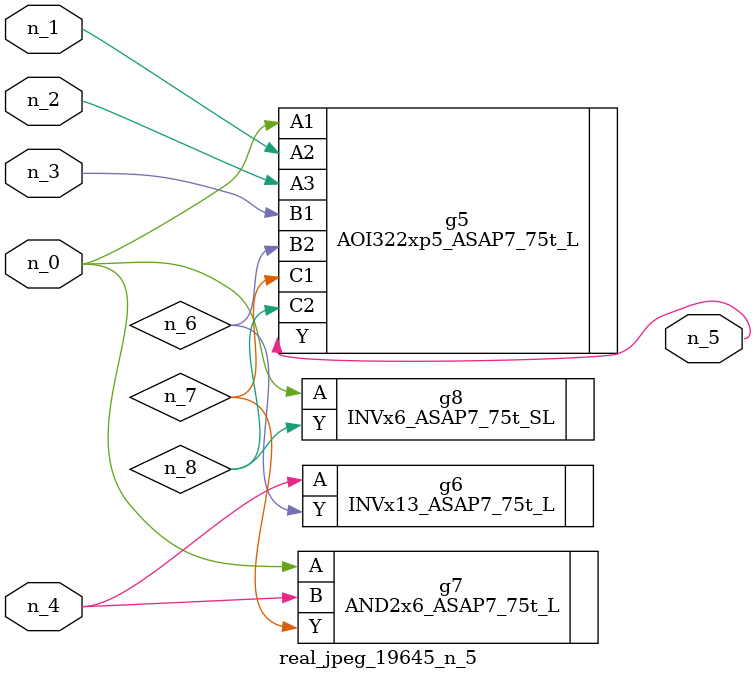
<source format=v>
module real_jpeg_19645_n_5 (n_4, n_0, n_1, n_2, n_3, n_5);

input n_4;
input n_0;
input n_1;
input n_2;
input n_3;

output n_5;

wire n_8;
wire n_6;
wire n_7;

AOI322xp5_ASAP7_75t_L g5 ( 
.A1(n_0),
.A2(n_1),
.A3(n_2),
.B1(n_3),
.B2(n_6),
.C1(n_7),
.C2(n_8),
.Y(n_5)
);

AND2x6_ASAP7_75t_L g7 ( 
.A(n_0),
.B(n_4),
.Y(n_7)
);

INVx6_ASAP7_75t_SL g8 ( 
.A(n_0),
.Y(n_8)
);

INVx13_ASAP7_75t_L g6 ( 
.A(n_4),
.Y(n_6)
);


endmodule
</source>
